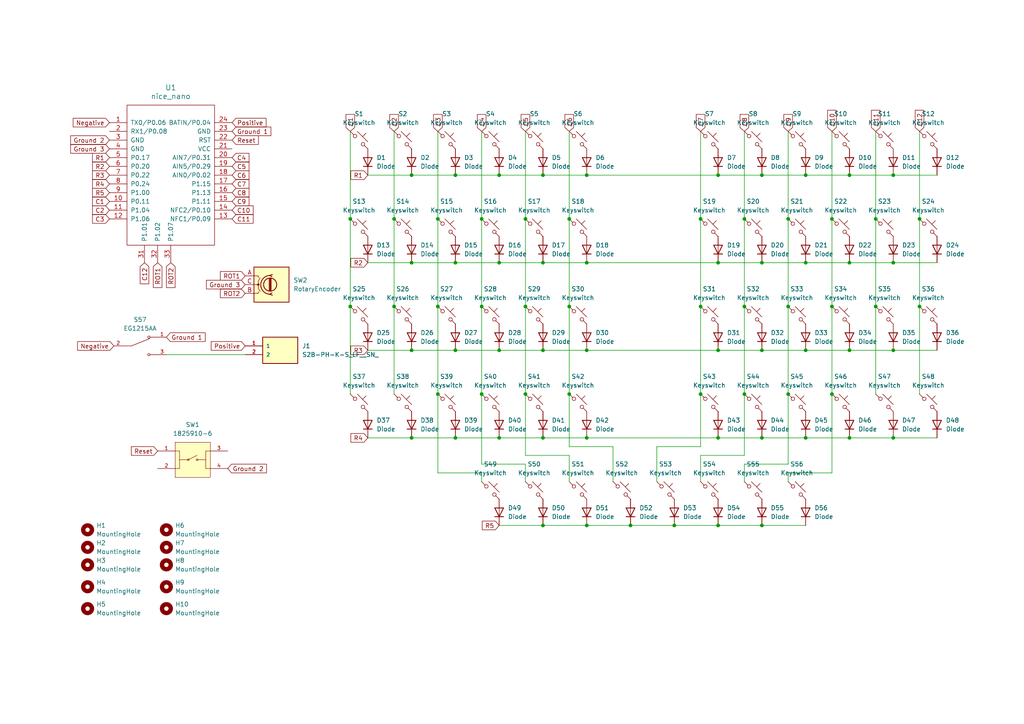
<source format=kicad_sch>
(kicad_sch (version 20230121) (generator eeschema)
  (paper "A4")
  (junction (at 246.38 127))
  (junction (at 254 63.5))
  (junction (at 170.18 152.4))
  (junction (at 266.7 63.5))
  (junction (at 139.7 114.3))
  (junction (at 139.7 88.9))
  (junction (at 208.28 127))
  (junction (at 157.48 152.4))
  (junction (at 127 114.3))
  (junction (at 228.6 63.5))
  (junction (at 215.9 88.9))
  (junction (at 241.3 88.9))
  (junction (at 152.4 114.3))
  (junction (at 165.1 114.3))
  (junction (at 114.3 63.5))
  (junction (at 195.58 152.4))
  (junction (at 101.6 63.5))
  (junction (at 208.28 101.6))
  (junction (at 144.78 50.8))
  (junction (at 114.3 88.9))
  (junction (at 119.38 127))
  (junction (at 215.9 114.3))
  (junction (at 208.28 50.8))
  (junction (at 119.38 101.6))
  (junction (at 152.4 63.5))
  (junction (at 266.7 88.9))
  (junction (at 220.98 101.6))
  (junction (at 157.48 50.8))
  (junction (at 182.88 152.4))
  (junction (at 220.98 127))
  (junction (at 132.08 101.6))
  (junction (at 157.48 76.2))
  (junction (at 208.28 76.2))
  (junction (at 208.28 152.4))
  (junction (at 144.78 127))
  (junction (at 203.2 114.3))
  (junction (at 127 63.5))
  (junction (at 233.68 50.8))
  (junction (at 259.08 127))
  (junction (at 157.48 101.6))
  (junction (at 101.6 88.9))
  (junction (at 220.98 50.8))
  (junction (at 170.18 127))
  (junction (at 246.38 50.8))
  (junction (at 170.18 50.8))
  (junction (at 119.38 50.8))
  (junction (at 144.78 101.6))
  (junction (at 215.9 63.5))
  (junction (at 259.08 101.6))
  (junction (at 170.18 101.6))
  (junction (at 220.98 76.2))
  (junction (at 165.1 63.5))
  (junction (at 233.68 127))
  (junction (at 203.2 88.9))
  (junction (at 127 88.9))
  (junction (at 233.68 76.2))
  (junction (at 241.3 63.5))
  (junction (at 203.2 63.5))
  (junction (at 132.08 76.2))
  (junction (at 246.38 101.6))
  (junction (at 139.7 63.5))
  (junction (at 233.68 101.6))
  (junction (at 152.4 88.9))
  (junction (at 220.98 152.4))
  (junction (at 170.18 76.2))
  (junction (at 259.08 76.2))
  (junction (at 144.78 76.2))
  (junction (at 228.6 88.9))
  (junction (at 165.1 88.9))
  (junction (at 157.48 127))
  (junction (at 132.08 127))
  (junction (at 246.38 76.2))
  (junction (at 259.08 50.8))
  (junction (at 228.6 114.3))
  (junction (at 254 88.9))
  (junction (at 119.38 76.2))
  (junction (at 241.3 114.3))
  (junction (at 132.08 50.8))
  (wire (pts (xy 165.1 38.1) (xy 165.1 63.5)))
  (wire (pts (xy 233.68 127) (xy 246.38 127)))
  (wire (pts (xy 157.48 76.2) (xy 170.18 76.2)))
  (wire (pts (xy 228.6 63.5) (xy 228.6 88.9)))
  (wire (pts (xy 220.98 76.2) (xy 233.68 76.2)))
  (wire (pts (xy 170.18 76.2) (xy 208.28 76.2)))
  (wire (pts (xy 266.7 88.9) (xy 266.7 114.3)))
  (wire (pts (xy 259.08 76.2) (xy 271.78 76.2)))
  (wire (pts (xy 101.6 63.5) (xy 101.6 88.9)))
  (wire (pts (xy 215.9 134.62) (xy 215.9 139.7)))
  (wire (pts (xy 215.9 114.3) (xy 215.9 132.08)))
  (wire (pts (xy 246.38 50.8) (xy 259.08 50.8)))
  (wire (pts (xy 220.98 127) (xy 233.68 127)))
  (wire (pts (xy 165.1 114.3) (xy 165.1 129.54)))
  (wire (pts (xy 220.98 152.4) (xy 233.68 152.4)))
  (wire (pts (xy 139.7 88.9) (xy 139.7 114.3)))
  (wire (pts (xy 144.78 76.2) (xy 157.48 76.2)))
  (wire (pts (xy 119.38 127) (xy 132.08 127)))
  (wire (pts (xy 246.38 127) (xy 259.08 127)))
  (wire (pts (xy 157.48 50.8) (xy 170.18 50.8)))
  (wire (pts (xy 152.4 134.62) (xy 152.4 139.7)))
  (wire (pts (xy 203.2 129.54) (xy 190.5 129.54)))
  (wire (pts (xy 119.38 76.2) (xy 132.08 76.2)))
  (wire (pts (xy 228.6 88.9) (xy 228.6 114.3)))
  (wire (pts (xy 157.48 101.6) (xy 170.18 101.6)))
  (wire (pts (xy 241.3 88.9) (xy 241.3 114.3)))
  (wire (pts (xy 127 114.3) (xy 127 137.16)))
  (wire (pts (xy 165.1 63.5) (xy 165.1 88.9)))
  (wire (pts (xy 132.08 50.8) (xy 144.78 50.8)))
  (wire (pts (xy 127 38.1) (xy 127 63.5)))
  (wire (pts (xy 177.8 129.54) (xy 177.8 139.7)))
  (wire (pts (xy 254 38.1) (xy 254 63.5)))
  (wire (pts (xy 228.6 114.3) (xy 228.6 134.62)))
  (wire (pts (xy 165.1 88.9) (xy 165.1 114.3)))
  (wire (pts (xy 228.6 38.1) (xy 228.6 63.5)))
  (wire (pts (xy 106.68 76.2) (xy 119.38 76.2)))
  (wire (pts (xy 144.78 50.8) (xy 157.48 50.8)))
  (wire (pts (xy 208.28 152.4) (xy 220.98 152.4)))
  (wire (pts (xy 241.3 137.16) (xy 228.6 137.16)))
  (wire (pts (xy 203.2 132.08) (xy 203.2 139.7)))
  (wire (pts (xy 157.48 127) (xy 170.18 127)))
  (wire (pts (xy 190.5 129.54) (xy 190.5 139.7)))
  (wire (pts (xy 170.18 101.6) (xy 208.28 101.6)))
  (wire (pts (xy 241.3 38.1) (xy 241.3 63.5)))
  (wire (pts (xy 182.88 152.4) (xy 195.58 152.4)))
  (wire (pts (xy 228.6 134.62) (xy 215.9 134.62)))
  (wire (pts (xy 152.4 38.1) (xy 152.4 63.5)))
  (wire (pts (xy 259.08 50.8) (xy 271.78 50.8)))
  (wire (pts (xy 165.1 129.54) (xy 177.8 129.54)))
  (wire (pts (xy 233.68 101.6) (xy 246.38 101.6)))
  (wire (pts (xy 215.9 38.1) (xy 215.9 63.5)))
  (wire (pts (xy 246.38 101.6) (xy 259.08 101.6)))
  (wire (pts (xy 215.9 132.08) (xy 203.2 132.08)))
  (wire (pts (xy 152.4 63.5) (xy 152.4 88.9)))
  (wire (pts (xy 106.68 127) (xy 119.38 127)))
  (wire (pts (xy 170.18 152.4) (xy 182.88 152.4)))
  (wire (pts (xy 228.6 137.16) (xy 228.6 139.7)))
  (wire (pts (xy 220.98 50.8) (xy 233.68 50.8)))
  (wire (pts (xy 241.3 114.3) (xy 241.3 137.16)))
  (wire (pts (xy 259.08 127) (xy 271.78 127)))
  (wire (pts (xy 114.3 88.9) (xy 114.3 114.3)))
  (wire (pts (xy 139.7 38.1) (xy 139.7 63.5)))
  (wire (pts (xy 106.68 101.6) (xy 119.38 101.6)))
  (wire (pts (xy 215.9 88.9) (xy 215.9 114.3)))
  (wire (pts (xy 195.58 152.4) (xy 208.28 152.4)))
  (wire (pts (xy 157.48 152.4) (xy 170.18 152.4)))
  (wire (pts (xy 48.26 102.87) (xy 71.12 102.87)))
  (wire (pts (xy 144.78 152.4) (xy 157.48 152.4)))
  (wire (pts (xy 170.18 127) (xy 208.28 127)))
  (wire (pts (xy 215.9 63.5) (xy 215.9 88.9)))
  (wire (pts (xy 233.68 76.2) (xy 246.38 76.2)))
  (wire (pts (xy 139.7 63.5) (xy 139.7 88.9)))
  (wire (pts (xy 203.2 63.5) (xy 203.2 88.9)))
  (wire (pts (xy 170.18 50.8) (xy 208.28 50.8)))
  (wire (pts (xy 152.4 132.08) (xy 165.1 132.08)))
  (wire (pts (xy 208.28 101.6) (xy 220.98 101.6)))
  (wire (pts (xy 132.08 127) (xy 144.78 127)))
  (wire (pts (xy 144.78 101.6) (xy 157.48 101.6)))
  (wire (pts (xy 208.28 50.8) (xy 220.98 50.8)))
  (wire (pts (xy 220.98 101.6) (xy 233.68 101.6)))
  (wire (pts (xy 139.7 114.3) (xy 139.7 134.62)))
  (wire (pts (xy 233.68 50.8) (xy 246.38 50.8)))
  (wire (pts (xy 127 137.16) (xy 139.7 137.16)))
  (wire (pts (xy 259.08 101.6) (xy 271.78 101.6)))
  (wire (pts (xy 127 63.5) (xy 127 88.9)))
  (wire (pts (xy 106.68 50.8) (xy 119.38 50.8)))
  (wire (pts (xy 152.4 114.3) (xy 152.4 132.08)))
  (wire (pts (xy 208.28 76.2) (xy 220.98 76.2)))
  (wire (pts (xy 246.38 76.2) (xy 259.08 76.2)))
  (wire (pts (xy 119.38 101.6) (xy 132.08 101.6)))
  (wire (pts (xy 254 88.9) (xy 254 114.3)))
  (wire (pts (xy 203.2 38.1) (xy 203.2 63.5)))
  (wire (pts (xy 203.2 114.3) (xy 203.2 129.54)))
  (wire (pts (xy 101.6 88.9) (xy 101.6 114.3)))
  (wire (pts (xy 266.7 38.1) (xy 266.7 63.5)))
  (wire (pts (xy 114.3 63.5) (xy 114.3 88.9)))
  (wire (pts (xy 139.7 134.62) (xy 152.4 134.62)))
  (wire (pts (xy 132.08 76.2) (xy 144.78 76.2)))
  (wire (pts (xy 254 63.5) (xy 254 88.9)))
  (wire (pts (xy 152.4 88.9) (xy 152.4 114.3)))
  (wire (pts (xy 132.08 101.6) (xy 144.78 101.6)))
  (wire (pts (xy 144.78 127) (xy 157.48 127)))
  (wire (pts (xy 101.6 38.1) (xy 101.6 63.5)))
  (wire (pts (xy 114.3 38.1) (xy 114.3 63.5)))
  (wire (pts (xy 127 88.9) (xy 127 114.3)))
  (wire (pts (xy 266.7 63.5) (xy 266.7 88.9)))
  (wire (pts (xy 119.38 50.8) (xy 132.08 50.8)))
  (wire (pts (xy 165.1 132.08) (xy 165.1 139.7)))
  (wire (pts (xy 241.3 63.5) (xy 241.3 88.9)))
  (wire (pts (xy 139.7 137.16) (xy 139.7 139.7)))
  (wire (pts (xy 203.2 88.9) (xy 203.2 114.3)))
  (wire (pts (xy 208.28 127) (xy 220.98 127)))
  (global_label "Positive" (shape input) (at 71.12 100.33 180) (property "Intersheetrefs" "${INTERSHEET_REFS}" (effects hide)))
  (global_label "R4" (shape input) (at 106.68 127 180) (property "Intersheetrefs" "${INTERSHEET_REFS}" (effects hide)))
  (global_label "ROT2" (shape input) (at 71.12 85.09 180) (property "Intersheetrefs" "${INTERSHEET_REFS}" (effects hide)))
  (global_label "C1" (shape input) (at 101.6 38.1 90) (property "Intersheetrefs" "${INTERSHEET_REFS}" (effects hide)))
  (global_label "R3" (shape input) (at 106.68 101.6 180) (property "Intersheetrefs" "${INTERSHEET_REFS}" (effects hide)))
  (global_label "C1" (shape input) (at 31.75 58.42 180) (property "Intersheetrefs" "${INTERSHEET_REFS}" (effects hide)))
  (global_label "R5" (shape input) (at 31.75 55.88 180) (property "Intersheetrefs" "${INTERSHEET_REFS}" (effects hide)))
  (global_label "C10" (shape input) (at 67.31 60.96 0) (property "Intersheetrefs" "${INTERSHEET_REFS}" (effects hide)))
  (global_label "Reset" (shape input) (at 67.31 40.64 0) (property "Intersheetrefs" "${INTERSHEET_REFS}" (effects hide)))
  (global_label "C4" (shape input) (at 67.31 45.72 0) (property "Intersheetrefs" "${INTERSHEET_REFS}" (effects hide)))
  (global_label "C5" (shape input) (at 152.4 38.1 90) (property "Intersheetrefs" "${INTERSHEET_REFS}" (effects hide)))
  (global_label "C9" (shape input) (at 228.6 38.1 90) (property "Intersheetrefs" "${INTERSHEET_REFS}" (effects hide)))
  (global_label "C8" (shape input) (at 67.31 55.88 0) (property "Intersheetrefs" "${INTERSHEET_REFS}" (effects hide)))
  (global_label "R1" (shape input) (at 106.68 50.8 180) (property "Intersheetrefs" "${INTERSHEET_REFS}" (effects hide)))
  (global_label "C2" (shape input) (at 114.3 38.1 90) (property "Intersheetrefs" "${INTERSHEET_REFS}" (effects hide)))
  (global_label "R5" (shape input) (at 144.78 152.4 180) (property "Intersheetrefs" "${INTERSHEET_REFS}" (effects hide)))
  (global_label "Ground 1" (shape input) (at 67.31 38.1 0) (property "Intersheetrefs" "${INTERSHEET_REFS}" (effects hide)))
  (global_label "C8" (shape input) (at 215.9 38.1 90) (property "Intersheetrefs" "${INTERSHEET_REFS}" (effects hide)))
  (global_label "ROT2" (shape input) (at 49.53 76.2 270) (property "Intersheetrefs" "${INTERSHEET_REFS}" (effects hide)))
  (global_label "C3" (shape input) (at 127 38.1 90) (property "Intersheetrefs" "${INTERSHEET_REFS}" (effects hide)))
  (global_label "C11" (shape input) (at 67.31 63.5 0) (property "Intersheetrefs" "${INTERSHEET_REFS}" (effects hide)))
  (global_label "R2" (shape input) (at 106.68 76.2 180) (property "Intersheetrefs" "${INTERSHEET_REFS}" (effects hide)))
  (global_label "C4" (shape input) (at 139.7 38.1 90) (property "Intersheetrefs" "${INTERSHEET_REFS}" (effects hide)))
  (global_label "C12" (shape input) (at 266.7 38.1 90) (property "Intersheetrefs" "${INTERSHEET_REFS}" (effects hide)))
  (global_label "Ground 1" (shape input) (at 48.26 97.79 0) (property "Intersheetrefs" "${INTERSHEET_REFS}" (effects hide)))
  (global_label "C3" (shape input) (at 31.75 63.5 180) (property "Intersheetrefs" "${INTERSHEET_REFS}" (effects hide)))
  (global_label "R4" (shape input) (at 31.75 53.34 180) (property "Intersheetrefs" "${INTERSHEET_REFS}" (effects hide)))
  (global_label "ROT1" (shape input) (at 45.72 76.2 270) (property "Intersheetrefs" "${INTERSHEET_REFS}" (effects hide)))
  (global_label "C6" (shape input) (at 67.31 50.8 0) (property "Intersheetrefs" "${INTERSHEET_REFS}" (effects hide)))
  (global_label "Ground 2" (shape input) (at 66.04 135.89 0) (property "Intersheetrefs" "${INTERSHEET_REFS}" (effects hide)))
  (global_label "C11" (shape input) (at 254 38.1 90) (property "Intersheetrefs" "${INTERSHEET_REFS}" (effects hide)))
  (global_label "R1" (shape input) (at 31.75 45.72 180) (property "Intersheetrefs" "${INTERSHEET_REFS}" (effects hide)))
  (global_label "Ground 3" (shape input) (at 31.75 43.18 180) (property "Intersheetrefs" "${INTERSHEET_REFS}" (effects hide)))
  (global_label "Negative" (shape input) (at 33.02 100.33 180) (property "Intersheetrefs" "${INTERSHEET_REFS}" (effects hide)))
  (global_label "Reset" (shape input) (at 45.72 130.81 180) (property "Intersheetrefs" "${INTERSHEET_REFS}" (effects hide)))
  (global_label "C10" (shape input) (at 241.3 38.1 90) (property "Intersheetrefs" "${INTERSHEET_REFS}" (effects hide)))
  (global_label "C2" (shape input) (at 31.75 60.96 180) (property "Intersheetrefs" "${INTERSHEET_REFS}" (effects hide)))
  (global_label "Ground 2" (shape input) (at 31.75 40.64 180) (property "Intersheetrefs" "${INTERSHEET_REFS}" (effects hide)))
  (global_label "C7" (shape input) (at 67.31 53.34 0) (property "Intersheetrefs" "${INTERSHEET_REFS}" (effects hide)))
  (global_label "ROT1" (shape input) (at 71.12 80.01 180) (property "Intersheetrefs" "${INTERSHEET_REFS}" (effects hide)))
  (global_label "Ground 3" (shape input) (at 71.12 82.55 180) (property "Intersheetrefs" "${INTERSHEET_REFS}" (effects hide)))
  (global_label "C12" (shape input) (at 41.91 76.2 270) (property "Intersheetrefs" "${INTERSHEET_REFS}" (effects hide)))
  (global_label "C9" (shape input) (at 67.31 58.42 0) (property "Intersheetrefs" "${INTERSHEET_REFS}" (effects hide)))
  (global_label "Negative" (shape input) (at 31.75 35.56 180) (property "Intersheetrefs" "${INTERSHEET_REFS}" (effects hide)))
  (global_label "C6" (shape input) (at 165.1 38.1 90) (property "Intersheetrefs" "${INTERSHEET_REFS}" (effects hide)))
  (global_label "R3" (shape input) (at 31.75 50.8 180) (property "Intersheetrefs" "${INTERSHEET_REFS}" (effects hide)))
  (global_label "R2" (shape input) (at 31.75 48.26 180) (property "Intersheetrefs" "${INTERSHEET_REFS}" (effects hide)))
  (global_label "C5" (shape input) (at 67.31 48.26 0) (property "Intersheetrefs" "${INTERSHEET_REFS}" (effects hide)))
  (global_label "C7" (shape input) (at 203.2 38.1 90) (property "Intersheetrefs" "${INTERSHEET_REFS}" (effects hide)))
  (global_label "Positive" (shape input) (at 67.31 35.56 0) (property "Intersheetrefs" "${INTERSHEET_REFS}" (effects hide)))
  (symbol (lib_id "ScottoKeebs:Placeholder_Keyswitch") (at 243.84 66.04 0) (unit 1)
    (property "Reference" "S22" (at 243.84 58.42 0))
    (property "Value" "Keyswitch" (at 243.84 60.96 0))
    (property "Footprint" "ScottoKeebs_Hotswap:Hotswap_MX_1.00u" (effects hide))
  )
  (symbol (lib_id "ScottoKeebs:Placeholder_Diode") (at 246.38 97.79 90) (unit 1)
    (property "Reference" "D34" (at 248.92 96.52 90) (effects (justify right)))
    (property "Value" "Diode" (at 248.92 99.06 90) (effects (justify right)))
    (property "Footprint" "ScottoKeebs_Components:Diode_SOD-123" (effects hide))
    (property "Sim.Device" "D" (effects hide))
    (property "Sim.Pins" "1=K 2=A" (effects hide))
  )
  (symbol (lib_id "ScottoKeebs:Placeholder_Keyswitch") (at 154.94 66.04 0) (unit 1)
    (property "Reference" "S17" (at 154.94 58.42 0))
    (property "Value" "Keyswitch" (at 154.94 60.96 0))
    (property "Footprint" "ScottoKeebs_Hotswap:Hotswap_MX_1.00u" (effects hide))
  )
  (symbol (lib_id "ScottoKeebs:Placeholder_Diode") (at 157.48 148.59 90) (unit 1)
    (property "Reference" "D50" (at 160.02 147.32 90) (effects (justify right)))
    (property "Value" "Diode" (at 160.02 149.86 90) (effects (justify right)))
    (property "Footprint" "ScottoKeebs_Components:Diode_SOD-123" (effects hide))
    (property "Sim.Device" "D" (effects hide))
    (property "Sim.Pins" "1=K 2=A" (effects hide))
  )
  (symbol (lib_id "ScottoKeebs:Placeholder_Diode") (at 170.18 148.59 90) (unit 1)
    (property "Reference" "D51" (at 172.72 147.32 90) (effects (justify right)))
    (property "Value" "Diode" (at 172.72 149.86 90) (effects (justify right)))
    (property "Footprint" "ScottoKeebs_Components:Diode_SOD-123" (effects hide))
    (property "Sim.Device" "D" (effects hide))
    (property "Sim.Pins" "1=K 2=A" (effects hide))
  )
  (symbol (lib_id "ScottoKeebs:Placeholder_Diode") (at 119.38 46.99 90) (unit 1)
    (property "Reference" "D2" (at 121.92 45.72 90) (effects (justify right)))
    (property "Value" "Diode" (at 121.92 48.26 90) (effects (justify right)))
    (property "Footprint" "ScottoKeebs_Components:Diode_SOD-123" (effects hide))
    (property "Sim.Device" "D" (effects hide))
    (property "Sim.Pins" "1=K 2=A" (effects hide))
  )
  (symbol (lib_id "ScottoKeebs:Placeholder_Diode") (at 220.98 46.99 90) (unit 1)
    (property "Reference" "D8" (at 223.52 45.72 90) (effects (justify right)))
    (property "Value" "Diode" (at 223.52 48.26 90) (effects (justify right)))
    (property "Footprint" "ScottoKeebs_Components:Diode_SOD-123" (effects hide))
    (property "Sim.Device" "D" (effects hide))
    (property "Sim.Pins" "1=K 2=A" (effects hide))
  )
  (symbol (lib_id "ScottoKeebs:Placeholder_Keyswitch") (at 269.24 66.04 0) (unit 1)
    (property "Reference" "S24" (at 269.24 58.42 0))
    (property "Value" "Keyswitch" (at 269.24 60.96 0))
    (property "Footprint" "ScottoKeebs_Hotswap:Hotswap_MX_1.00u" (effects hide))
  )
  (symbol (lib_id "ScottoKeebs:Placeholder_Diode") (at 132.08 123.19 90) (unit 1)
    (property "Reference" "D39" (at 134.62 121.92 90) (effects (justify right)))
    (property "Value" "Diode" (at 134.62 124.46 90) (effects (justify right)))
    (property "Footprint" "ScottoKeebs_Components:Diode_SOD-123" (effects hide))
    (property "Sim.Device" "D" (effects hide))
    (property "Sim.Pins" "1=K 2=A" (effects hide))
  )
  (symbol (lib_id "ScottoKeebs:Placeholder_Diode") (at 271.78 72.39 90) (unit 1)
    (property "Reference" "D24" (at 274.32 71.12 90) (effects (justify right)))
    (property "Value" "Diode" (at 274.32 73.66 90) (effects (justify right)))
    (property "Footprint" "ScottoKeebs_Components:Diode_SOD-123" (effects hide))
    (property "Sim.Device" "D" (effects hide))
    (property "Sim.Pins" "1=K 2=A" (effects hide))
  )
  (symbol (lib_id "ScottoKeebs:Placeholder_Diode") (at 106.68 72.39 90) (unit 1)
    (property "Reference" "D13" (at 109.22 71.12 90) (effects (justify right)))
    (property "Value" "Diode" (at 109.22 73.66 90) (effects (justify right)))
    (property "Footprint" "ScottoKeebs_Components:Diode_SOD-123" (effects hide))
    (property "Sim.Device" "D" (effects hide))
    (property "Sim.Pins" "1=K 2=A" (effects hide))
  )
  (symbol (lib_id "ScottoKeebs:Placeholder_Diode") (at 233.68 72.39 90) (unit 1)
    (property "Reference" "D21" (at 236.22 71.12 90) (effects (justify right)))
    (property "Value" "Diode" (at 236.22 73.66 90) (effects (justify right)))
    (property "Footprint" "ScottoKeebs_Components:Diode_SOD-123" (effects hide))
    (property "Sim.Device" "D" (effects hide))
    (property "Sim.Pins" "1=K 2=A" (effects hide))
  )
  (symbol (lib_id "ScottoKeebs:Placeholder_Diode") (at 271.78 97.79 90) (unit 1)
    (property "Reference" "D36" (at 274.32 96.52 90) (effects (justify right)))
    (property "Value" "Diode" (at 274.32 99.06 90) (effects (justify right)))
    (property "Footprint" "ScottoKeebs_Components:Diode_SOD-123" (effects hide))
    (property "Sim.Device" "D" (effects hide))
    (property "Sim.Pins" "1=K 2=A" (effects hide))
  )
  (symbol (lib_id "Mechanical:MountingHole") (at 25.4 170.18 0) (unit 1)
    (property "Reference" "H4" (at 27.94 168.91 0) (effects (justify left)))
    (property "Value" "MountingHole" (at 27.94 171.45 0) (effects (justify left)))
    (property "Footprint" "MountingHole:MountingHole_2.2mm_M2" (effects hide))
  )
  (symbol (lib_id "ScottoKeebs:Placeholder_Keyswitch") (at 205.74 66.04 0) (unit 1)
    (property "Reference" "S19" (at 205.74 58.42 0))
    (property "Value" "Keyswitch" (at 205.74 60.96 0))
    (property "Footprint" "ScottoKeebs_Hotswap:Hotswap_MX_1.00u" (effects hide))
  )
  (symbol (lib_id "ScottoKeebs:Placeholder_Keyswitch") (at 116.84 91.44 0) (unit 1)
    (property "Reference" "S26" (at 116.84 83.82 0))
    (property "Value" "Keyswitch" (at 116.84 86.36 0))
    (property "Footprint" "ScottoKeebs_Hotswap:Hotswap_MX_1.00u" (effects hide))
  )
  (symbol (lib_id "Mechanical:MountingHole") (at 48.26 158.75 0) (unit 1)
    (property "Reference" "H7" (at 50.8 157.48 0) (effects (justify left)))
    (property "Value" "MountingHole" (at 50.8 160.02 0) (effects (justify left)))
    (property "Footprint" "MountingHole:MountingHole_2.2mm_M2" (effects hide))
  )
  (symbol (lib_id "ScottoKeebs:Placeholder_Keyswitch") (at 218.44 40.64 0) (unit 1)
    (property "Reference" "S8" (at 218.44 33.02 0))
    (property "Value" "Keyswitch" (at 218.44 35.56 0))
    (property "Footprint" "ScottoKeebs_Hotswap:Hotswap_MX_1.00u" (effects hide))
  )
  (symbol (lib_id "ScottoKeebs:Placeholder_Diode") (at 106.68 97.79 90) (unit 1)
    (property "Reference" "D25" (at 109.22 96.52 90) (effects (justify right)))
    (property "Value" "Diode" (at 109.22 99.06 90) (effects (justify right)))
    (property "Footprint" "ScottoKeebs_Components:Diode_SOD-123" (effects hide))
    (property "Sim.Device" "D" (effects hide))
    (property "Sim.Pins" "1=K 2=A" (effects hide))
  )
  (symbol (lib_id "ScottoKeebs:Placeholder_Diode") (at 246.38 72.39 90) (unit 1)
    (property "Reference" "D22" (at 248.92 71.12 90) (effects (justify right)))
    (property "Value" "Diode" (at 248.92 73.66 90) (effects (justify right)))
    (property "Footprint" "ScottoKeebs_Components:Diode_SOD-123" (effects hide))
    (property "Sim.Device" "D" (effects hide))
    (property "Sim.Pins" "1=K 2=A" (effects hide))
  )
  (symbol (lib_id "ScottoKeebs:Placeholder_Diode") (at 233.68 97.79 90) (unit 1)
    (property "Reference" "D33" (at 236.22 96.52 90) (effects (justify right)))
    (property "Value" "Diode" (at 236.22 99.06 90) (effects (justify right)))
    (property "Footprint" "ScottoKeebs_Components:Diode_SOD-123" (effects hide))
    (property "Sim.Device" "D" (effects hide))
    (property "Sim.Pins" "1=K 2=A" (effects hide))
  )
  (symbol (lib_id "ScottoKeebs:Placeholder_Keyswitch") (at 167.64 40.64 0) (unit 1)
    (property "Reference" "S6" (at 167.64 33.02 0))
    (property "Value" "Keyswitch" (at 167.64 35.56 0))
    (property "Footprint" "ScottoKeebs_Hotswap:Hotswap_MX_1.00u" (effects hide))
  )
  (symbol (lib_id "ScottoKeebs:Placeholder_Diode") (at 170.18 97.79 90) (unit 1)
    (property "Reference" "D30" (at 172.72 96.52 90) (effects (justify right)))
    (property "Value" "Diode" (at 172.72 99.06 90) (effects (justify right)))
    (property "Footprint" "ScottoKeebs_Components:Diode_SOD-123" (effects hide))
    (property "Sim.Device" "D" (effects hide))
    (property "Sim.Pins" "1=K 2=A" (effects hide))
  )
  (symbol (lib_id "ScottoKeebs:Placeholder_Diode") (at 259.08 72.39 90) (unit 1)
    (property "Reference" "D23" (at 261.62 71.12 90) (effects (justify right)))
    (property "Value" "Diode" (at 261.62 73.66 90) (effects (justify right)))
    (property "Footprint" "ScottoKeebs_Components:Diode_SOD-123" (effects hide))
    (property "Sim.Device" "D" (effects hide))
    (property "Sim.Pins" "1=K 2=A" (effects hide))
  )
  (symbol (lib_id "ScottoKeebs:Placeholder_Keyswitch") (at 243.84 40.64 0) (unit 1)
    (property "Reference" "S10" (at 243.84 33.02 0))
    (property "Value" "Keyswitch" (at 243.84 35.56 0))
    (property "Footprint" "ScottoKeebs_Hotswap:Hotswap_MX_1.00u" (effects hide))
  )
  (symbol (lib_id "ScottoKeebs:Placeholder_Keyswitch") (at 104.14 116.84 0) (unit 1)
    (property "Reference" "S37" (at 104.14 109.22 0))
    (property "Value" "Keyswitch" (at 104.14 111.76 0))
    (property "Footprint" "ScottoKeebs_Hotswap:Hotswap_MX_1.00u" (effects hide))
  )
  (symbol (lib_id "ScottoKeebs:Placeholder_Keyswitch") (at 104.14 40.64 0) (unit 1)
    (property "Reference" "S1" (at 104.14 33.02 0))
    (property "Value" "Keyswitch" (at 104.14 35.56 0))
    (property "Footprint" "ScottoKeebs_Hotswap:Hotswap_MX_1.00u" (effects hide))
  )
  (symbol (lib_id "ScottoKeebs:Placeholder_Keyswitch") (at 129.54 40.64 0) (unit 1)
    (property "Reference" "S3" (at 129.54 33.02 0))
    (property "Value" "Keyswitch" (at 129.54 35.56 0))
    (property "Footprint" "ScottoKeebs_Hotswap:Hotswap_MX_1.00u" (effects hide))
  )
  (symbol (lib_id "ScottoKeebs:Placeholder_Diode") (at 144.78 72.39 90) (unit 1)
    (property "Reference" "D16" (at 147.32 71.12 90) (effects (justify right)))
    (property "Value" "Diode" (at 147.32 73.66 90) (effects (justify right)))
    (property "Footprint" "ScottoKeebs_Components:Diode_SOD-123" (effects hide))
    (property "Sim.Device" "D" (effects hide))
    (property "Sim.Pins" "1=K 2=A" (effects hide))
  )
  (symbol (lib_id "ScottoKeebs:Placeholder_Keyswitch") (at 154.94 40.64 0) (unit 1)
    (property "Reference" "S5" (at 154.94 33.02 0))
    (property "Value" "Keyswitch" (at 154.94 35.56 0))
    (property "Footprint" "ScottoKeebs_Hotswap:Hotswap_MX_1.00u" (effects hide))
  )
  (symbol (lib_id "ScottoKeebs:Placeholder_Diode") (at 220.98 72.39 90) (unit 1)
    (property "Reference" "D20" (at 223.52 71.12 90) (effects (justify right)))
    (property "Value" "Diode" (at 223.52 73.66 90) (effects (justify right)))
    (property "Footprint" "ScottoKeebs_Components:Diode_SOD-123" (effects hide))
    (property "Sim.Device" "D" (effects hide))
    (property "Sim.Pins" "1=K 2=A" (effects hide))
  )
  (symbol (lib_id "ScottoKeebs:Placeholder_Diode") (at 106.68 46.99 90) (unit 1)
    (property "Reference" "D1" (at 109.22 45.72 90) (effects (justify right)))
    (property "Value" "Diode" (at 109.22 48.26 90) (effects (justify right)))
    (property "Footprint" "ScottoKeebs_Components:Diode_SOD-123" (effects hide))
    (property "Sim.Device" "D" (effects hide))
    (property "Sim.Pins" "1=K 2=A" (effects hide))
  )
  (symbol (lib_id "ScottoKeebs:Placeholder_Keyswitch") (at 180.34 142.24 0) (unit 1)
    (property "Reference" "S52" (at 180.34 134.62 0))
    (property "Value" "Keyswitch" (at 180.34 137.16 0))
    (property "Footprint" "ScottoKeebs_Hotswap:Hotswap_MX_1.50u_90deg" (effects hide))
  )
  (symbol (lib_id "ScottoKeebs:Placeholder_Diode") (at 157.48 123.19 90) (unit 1)
    (property "Reference" "D41" (at 160.02 121.92 90) (effects (justify right)))
    (property "Value" "Diode" (at 160.02 124.46 90) (effects (justify right)))
    (property "Footprint" "ScottoKeebs_Components:Diode_SOD-123" (effects hide))
    (property "Sim.Device" "D" (effects hide))
    (property "Sim.Pins" "1=K 2=A" (effects hide))
  )
  (symbol (lib_id "ScottoKeebs:Placeholder_Keyswitch") (at 269.24 116.84 0) (unit 1)
    (property "Reference" "S48" (at 269.24 109.22 0))
    (property "Value" "Keyswitch" (at 269.24 111.76 0))
    (property "Footprint" "ScottoKeebs_Hotswap:Hotswap_MX_1.00u" (effects hide))
  )
  (symbol (lib_id "ScottoKeebs:Placeholder_Keyswitch") (at 104.14 66.04 0) (unit 1)
    (property "Reference" "S13" (at 104.14 58.42 0))
    (property "Value" "Keyswitch" (at 104.14 60.96 0))
    (property "Footprint" "ScottoKeebs_Hotswap:Hotswap_MX_1.00u" (effects hide))
  )
  (symbol (lib_id "ScottoKeebs:Placeholder_Diode") (at 271.78 123.19 90) (unit 1)
    (property "Reference" "D48" (at 274.32 121.92 90) (effects (justify right)))
    (property "Value" "Diode" (at 274.32 124.46 90) (effects (justify right)))
    (property "Footprint" "ScottoKeebs_Components:Diode_SOD-123" (effects hide))
    (property "Sim.Device" "D" (effects hide))
    (property "Sim.Pins" "1=K 2=A" (effects hide))
  )
  (symbol (lib_id "ScottoKeebs:Placeholder_Diode") (at 259.08 123.19 90) (unit 1)
    (property "Reference" "D47" (at 261.62 121.92 90) (effects (justify right)))
    (property "Value" "Diode" (at 261.62 124.46 90) (effects (justify right)))
    (property "Footprint" "ScottoKeebs_Components:Diode_SOD-123" (effects hide))
    (property "Sim.Device" "D" (effects hide))
    (property "Sim.Pins" "1=K 2=A" (effects hide))
  )
  (symbol (lib_id "ScottoKeebs:Placeholder_Keyswitch") (at 243.84 116.84 0) (unit 1)
    (property "Reference" "S46" (at 243.84 109.22 0))
    (property "Value" "Keyswitch" (at 243.84 111.76 0))
    (property "Footprint" "ScottoKeebs_Hotswap:Hotswap_MX_1.00u" (effects hide))
  )
  (symbol (lib_id "ScottoKeebs:Placeholder_Keyswitch") (at 218.44 66.04 0) (unit 1)
    (property "Reference" "S20" (at 218.44 58.42 0))
    (property "Value" "Keyswitch" (at 218.44 60.96 0))
    (property "Footprint" "ScottoKeebs_Hotswap:Hotswap_MX_1.00u" (effects hide))
  )
  (symbol (lib_id "ScottoKeebs:Placeholder_Keyswitch") (at 167.64 91.44 0) (unit 1)
    (property "Reference" "S30" (at 167.64 83.82 0))
    (property "Value" "Keyswitch" (at 167.64 86.36 0))
    (property "Footprint" "ScottoKeebs_Hotswap:Hotswap_MX_1.00u" (effects hide))
  )
  (symbol (lib_id "ScottoKeebs:Placeholder_Diode") (at 259.08 97.79 90) (unit 1)
    (property "Reference" "D35" (at 261.62 96.52 90) (effects (justify right)))
    (property "Value" "Diode" (at 261.62 99.06 90) (effects (justify right)))
    (property "Footprint" "ScottoKeebs_Components:Diode_SOD-123" (effects hide))
    (property "Sim.Device" "D" (effects hide))
    (property "Sim.Pins" "1=K 2=A" (effects hide))
  )
  (symbol (lib_id "ScottoKeebs:Placeholder_Keyswitch") (at 167.64 116.84 0) (unit 1)
    (property "Reference" "S42" (at 167.64 109.22 0))
    (property "Value" "Keyswitch" (at 167.64 111.76 0))
    (property "Footprint" "ScottoKeebs_Hotswap:Hotswap_MX_1.00u" (effects hide))
  )
  (symbol (lib_id "ScottoKeebs:Placeholder_Diode") (at 220.98 148.59 90) (unit 1)
    (property "Reference" "D55" (at 223.52 147.32 90) (effects (justify right)))
    (property "Value" "Diode" (at 223.52 149.86 90) (effects (justify right)))
    (property "Footprint" "ScottoKeebs_Components:Diode_SOD-123" (effects hide))
    (property "Sim.Device" "D" (effects hide))
    (property "Sim.Pins" "1=K 2=A" (effects hide))
  )
  (symbol (lib_id "ScottoKeebs:Placeholder_Keyswitch") (at 256.54 40.64 0) (unit 1)
    (property "Reference" "S11" (at 256.54 33.02 0))
    (property "Value" "Keyswitch" (at 256.54 35.56 0))
    (property "Footprint" "ScottoKeebs_Hotswap:Hotswap_MX_1.00u" (effects hide))
  )
  (symbol (lib_id "ScottoKeebs:Placeholder_Diode") (at 170.18 72.39 90) (unit 1)
    (property "Reference" "D18" (at 172.72 71.12 90) (effects (justify right)))
    (property "Value" "Diode" (at 172.72 73.66 90) (effects (justify right)))
    (property "Footprint" "ScottoKeebs_Components:Diode_SOD-123" (effects hide))
    (property "Sim.Device" "D" (effects hide))
    (property "Sim.Pins" "1=K 2=A" (effects hide))
  )
  (symbol (lib_id "ScottoKeebs:Placeholder_Diode") (at 119.38 72.39 90) (unit 1)
    (property "Reference" "D14" (at 121.92 71.12 90) (effects (justify right)))
    (property "Value" "Diode" (at 121.92 73.66 90) (effects (justify right)))
    (property "Footprint" "ScottoKeebs_Components:Diode_SOD-123" (effects hide))
    (property "Sim.Device" "D" (effects hide))
    (property "Sim.Pins" "1=K 2=A" (effects hide))
  )
  (symbol (lib_id "ScottoKeebs:Placeholder_Diode") (at 208.28 148.59 90) (unit 1)
    (property "Reference" "D54" (at 210.82 147.32 90) (effects (justify right)))
    (property "Value" "Diode" (at 210.82 149.86 90) (effects (justify right)))
    (property "Footprint" "ScottoKeebs_Components:Diode_SOD-123" (effects hide))
    (property "Sim.Device" "D" (effects hide))
    (property "Sim.Pins" "1=K 2=A" (effects hide))
  )
  (symbol (lib_id "ScottoKeebs:Placeholder_Diode") (at 170.18 123.19 90) (unit 1)
    (property "Reference" "D42" (at 172.72 121.92 90) (effects (justify right)))
    (property "Value" "Diode" (at 172.72 124.46 90) (effects (justify right)))
    (property "Footprint" "ScottoKeebs_Components:Diode_SOD-123" (effects hide))
    (property "Sim.Device" "D" (effects hide))
    (property "Sim.Pins" "1=K 2=A" (effects hide))
  )
  (symbol (lib_id "ScottoKeebs:Placeholder_Diode") (at 144.78 46.99 90) (unit 1)
    (property "Reference" "D4" (at 147.32 45.72 90) (effects (justify right)))
    (property "Value" "Diode" (at 147.32 48.26 90) (effects (justify right)))
    (property "Footprint" "ScottoKeebs_Components:Diode_SOD-123" (effects hide))
    (property "Sim.Device" "D" (effects hide))
    (property "Sim.Pins" "1=K 2=A" (effects hide))
  )
  (symbol (lib_id "ScottoKeebs:Placeholder_Keyswitch") (at 129.54 66.04 0) (unit 1)
    (property "Reference" "S15" (at 129.54 58.42 0))
    (property "Value" "Keyswitch" (at 129.54 60.96 0))
    (property "Footprint" "ScottoKeebs_Hotswap:Hotswap_MX_1.00u" (effects hide))
  )
  (symbol (lib_id "Device:RotaryEncoder") (at 78.74 82.55 0) (unit 1)
    (property "Reference" "SW2" (at 85.09 81.28 0) (effects (justify left)))
    (property "Value" "RotaryEncoder" (at 85.09 83.82 0) (effects (justify left)))
    (property "Footprint" "Rotary_Encoder:RotaryEncoder_Alps_EC11E-Switch_Vertical_H20mm" (effects hide))
  )
  (symbol (lib_id "ScottoKeebs:Placeholder_Keyswitch") (at 116.84 116.84 0) (unit 1)
    (property "Reference" "S38" (at 116.84 109.22 0))
    (property "Value" "Keyswitch" (at 116.84 111.76 0))
    (property "Footprint" "ScottoKeebs_Hotswap:Hotswap_MX_1.00u" (effects hide))
  )
  (symbol (lib_id "Mechanical:MountingHole") (at 25.4 153.67 0) (unit 1)
    (property "Reference" "H1" (at 27.94 152.4 0) (effects (justify left)))
    (property "Value" "MountingHole" (at 27.94 154.94 0) (effects (justify left)))
    (property "Footprint" "MountingHole:MountingHole_2.2mm_M2" (effects hide))
  )
  (symbol (lib_id "ScottoKeebs:Placeholder_Diode") (at 119.38 123.19 90) (unit 1)
    (property "Reference" "D38" (at 121.92 121.92 90) (effects (justify right)))
    (property "Value" "Diode" (at 121.92 124.46 90) (effects (justify right)))
    (property "Footprint" "ScottoKeebs_Components:Diode_SOD-123" (effects hide))
    (property "Sim.Device" "D" (effects hide))
    (property "Sim.Pins" "1=K 2=A" (effects hide))
  )
  (symbol (lib_id "ScottoKeebs:Placeholder_Keyswitch") (at 116.84 40.64 0) (unit 1)
    (property "Reference" "S2" (at 116.84 33.02 0))
    (property "Value" "Keyswitch" (at 116.84 35.56 0))
    (property "Footprint" "ScottoKeebs_Hotswap:Hotswap_MX_1.00u" (effects hide))
  )
  (symbol (lib_id "ScottoKeebs:Placeholder_Keyswitch") (at 154.94 142.24 0) (unit 1)
    (property "Reference" "S50" (at 154.94 134.62 0))
    (property "Value" "Keyswitch" (at 154.94 137.16 0))
    (property "Footprint" "ScottoKeebs_Hotswap:Hotswap_MX_1.00u" (effects hide))
  )
  (symbol (lib_id "ScottoKeebs:Placeholder_Diode") (at 208.28 97.79 90) (unit 1)
    (property "Reference" "D31" (at 210.82 96.52 90) (effects (justify right)))
    (property "Value" "Diode" (at 210.82 99.06 90) (effects (justify right)))
    (property "Footprint" "ScottoKeebs_Components:Diode_SOD-123" (effects hide))
    (property "Sim.Device" "D" (effects hide))
    (property "Sim.Pins" "1=K 2=A" (effects hide))
  )
  (symbol (lib_id "ScottoKeebs:Placeholder_Diode") (at 132.08 46.99 90) (unit 1)
    (property "Reference" "D3" (at 134.62 45.72 90) (effects (justify right)))
    (property "Value" "Diode" (at 134.62 48.26 90) (effects (justify right)))
    (property "Footprint" "ScottoKeebs_Components:Diode_SOD-123" (effects hide))
    (property "Sim.Device" "D" (effects hide))
    (property "Sim.Pins" "1=K 2=A" (effects hide))
  )
  (symbol (lib_id "S2B-PH-K-S_LF__SN_:S2B-PH-K-S_LF__SN_") (at 81.28 100.33 0) (unit 1)
    (property "Reference" "J1" (at 87.63 100.33 0) (effects (justify left)))
    (property "Value" "S2B-PH-K-S_LF__SN_" (at 87.63 102.87 0) (effects (justify left)))
    (property "Footprint" "Library:JST_S2B-PH-K-S_LF__SN_" (effects hide))
    (property "MF" "JST Sales America Inc." (effects hide))
    (property "MAXIMUM_PACKAGE_HEIGHT" "4.8mm" (effects hide))
    (property "PACKAGE" "None" (effects hide))
    (property "PRICE" "None" (effects hide))
    (property "Package" "NON STANDARD-2 J.S.T." (effects hide))
    (property "Check_prices" "https://www.snapeda.com/parts/S2B-PH-K-S(LF)(SN)/JST+Sales+America+Inc./view-part/?ref=eda" (effects hide))
    (property "Price" "None" (effects hide))
    (property "SnapEDA_Link" "https://www.snapeda.com/parts/S2B-PH-K-S(LF)(SN)/JST+Sales+America+Inc./view-part/?ref=snap" (effects hide))
    (property "MP" "S2B-PH-K-S(LF)(SN)" (effects hide))
    (property "Description" "\nConnector Header Through Hole, Right Angle 2 position\n" (effects hide))
    (property "Availability" "In Stock" (effects hide))
    (property "AVAILABILITY" "Unavailable" (effects hide))
    (property "DESCRIPTION" "Connector Header Through Hole, Right Angle 2 position" (effects hide))
  )
  (symbol (lib_id "ScottoKeebs:Placeholder_Keyswitch") (at 218.44 142.24 0) (unit 1)
    (property "Reference" "S55" (at 218.44 134.62 0))
    (property "Value" "Keyswitch" (at 218.44 137.16 0))
    (property "Footprint" "ScottoKeebs_Hotswap:Hotswap_MX_1.00u" (effects hide))
  )
  (symbol (lib_id "ScottoKeebs:Placeholder_Diode") (at 170.18 46.99 90) (unit 1)
    (property "Reference" "D6" (at 172.72 45.72 90) (effects (justify right)))
    (property "Value" "Diode" (at 172.72 48.26 90) (effects (justify right)))
    (property "Footprint" "ScottoKeebs_Components:Diode_SOD-123" (effects hide))
    (property "Sim.Device" "D" (effects hide))
    (property "Sim.Pins" "1=K 2=A" (effects hide))
  )
  (symbol (lib_id "ScottoKeebs:Placeholder_Keyswitch") (at 256.54 116.84 0) (unit 1)
    (property "Reference" "S47" (at 256.54 109.22 0))
    (property "Value" "Keyswitch" (at 256.54 111.76 0))
    (property "Footprint" "ScottoKeebs_Hotswap:Hotswap_MX_1.00u" (effects hide))
  )
  (symbol (lib_id "ScottoKeebs:Placeholder_Keyswitch") (at 129.54 91.44 0) (unit 1)
    (property "Reference" "S27" (at 129.54 83.82 0))
    (property "Value" "Keyswitch" (at 129.54 86.36 0))
    (property "Footprint" "ScottoKeebs_Hotswap:Hotswap_MX_1.00u" (effects hide))
  )
  (symbol (lib_id "ScottoKeebs:Placeholder_Keyswitch") (at 205.74 142.24 0) (unit 1)
    (property "Reference" "S54" (at 205.74 134.62 0))
    (property "Value" "Keyswitch" (at 205.74 137.16 0))
    (property "Footprint" "ScottoKeebs_Hotswap:Hotswap_MX_1.50u" (effects hide))
  )
  (symbol (lib_id "eg1215aa:EG1215AA") (at 40.64 100.33 0) (unit 1)
    (property "Reference" "S57" (at 40.64 92.71 0))
    (property "Value" "EG1215AA" (at 40.64 95.25 0))
    (property "Footprint" "Library:SW_EG1215AA" (effects hide))
    (property "MF" "E-Switch" (effects hide))
    (property "MAXIMUM_PACKAGE_HEIGHT" "1.40mm" (effects hide))
    (property "Package" "None" (effects hide))
    (property "Price" "None" (effects hide))
    (property "Check_prices" "https://www.snapeda.com/parts/EG1215AA/E-Switch/view-part/?ref=eda" (effects hide))
    (property "STANDARD" "Manufacturer Recommendations" (effects hide))
    (property "PARTREV" "A" (effects hide))
    (property "SnapEDA_Link" "https://www.snapeda.com/parts/EG1215AA/E-Switch/view-part/?ref=snap" (effects hide))
    (property "MP" "EG1215AA" (effects hide))
    (property "Description" "\nSlide Switch SPDT Surface Mount, Right Angle\n" (effects hide))
    (property "Availability" "In Stock" (effects hide))
    (property "MANUFACTURER" "E Switch" (effects hide))
  )
  (symbol (lib_id "Mechanical:MountingHole") (at 48.26 163.83 0) (unit 1)
    (property "Reference" "H8" (at 50.8 162.56 0) (effects (justify left)))
    (property "Value" "MountingHole" (at 50.8 165.1 0) (effects (justify left)))
    (property "Footprint" "MountingHole:MountingHole_2.2mm_M2" (effects hide))
  )
  (symbol (lib_id "ScottoKeebs:Placeholder_Keyswitch") (at 231.14 91.44 0) (unit 1)
    (property "Reference" "S33" (at 231.14 83.82 0))
    (property "Value" "Keyswitch" (at 231.14 86.36 0))
    (property "Footprint" "ScottoKeebs_Hotswap:Hotswap_MX_1.00u" (effects hide))
  )
  (symbol (lib_id "ScottoKeebs:Placeholder_Diode") (at 119.38 97.79 90) (unit 1)
    (property "Reference" "D26" (at 121.92 96.52 90) (effects (justify right)))
    (property "Value" "Diode" (at 121.92 99.06 90) (effects (justify right)))
    (property "Footprint" "ScottoKeebs_Components:Diode_SOD-123" (effects hide))
    (property "Sim.Device" "D" (effects hide))
    (property "Sim.Pins" "1=K 2=A" (effects hide))
  )
  (symbol (lib_id "ScottoKeebs:Placeholder_Keyswitch") (at 142.24 66.04 0) (unit 1)
    (property "Reference" "S16" (at 142.24 58.42 0))
    (property "Value" "Keyswitch" (at 142.24 60.96 0))
    (property "Footprint" "ScottoKeebs_Hotswap:Hotswap_MX_1.00u" (effects hide))
  )
  (symbol (lib_id "ScottoKeebs:Placeholder_Keyswitch") (at 256.54 66.04 0) (unit 1)
    (property "Reference" "S23" (at 256.54 58.42 0))
    (property "Value" "Keyswitch" (at 256.54 60.96 0))
    (property "Footprint" "ScottoKeebs_Hotswap:Hotswap_MX_1.00u" (effects hide))
  )
  (symbol (lib_id "ScottoKeebs:Placeholder_Diode") (at 157.48 97.79 90) (unit 1)
    (property "Reference" "D29" (at 160.02 96.52 90) (effects (justify right)))
    (property "Value" "Diode" (at 160.02 99.06 90) (effects (justify right)))
    (property "Footprint" "ScottoKeebs_Components:Diode_SOD-123" (effects hide))
    (property "Sim.Device" "D" (effects hide))
    (property "Sim.Pins" "1=K 2=A" (effects hide))
  )
  (symbol (lib_id "Mechanical:MountingHole") (at 25.4 158.75 0) (unit 1)
    (property "Reference" "H2" (at 27.94 157.48 0) (effects (justify left)))
    (property "Value" "MountingHole" (at 27.94 160.02 0) (effects (justify left)))
    (property "Footprint" "MountingHole:MountingHole_2.2mm_M2" (effects hide))
  )
  (symbol (lib_id "ScottoKeebs:Placeholder_Diode") (at 208.28 72.39 90) (unit 1)
    (property "Reference" "D19" (at 210.82 71.12 90) (effects (justify right)))
    (property "Value" "Diode" (at 210.82 73.66 90) (effects (justify right)))
    (property "Footprint" "ScottoKeebs_Components:Diode_SOD-123" (effects hide))
    (property "Sim.Device" "D" (effects hide))
    (property "Sim.Pins" "1=K 2=A" (effects hide))
  )
  (symbol (lib_id "ScottoKeebs:Placeholder_Diode") (at 208.28 46.99 90) (unit 1)
    (property "Reference" "D7" (at 210.82 45.72 90) (effects (justify right)))
    (property "Value" "Diode" (at 210.82 48.26 90) (effects (justify right)))
    (property "Footprint" "ScottoKeebs_Components:Diode_SOD-123" (effects hide))
    (property "Sim.Device" "D" (effects hide))
    (property "Sim.Pins" "1=K 2=A" (effects hide))
  )
  (symbol (lib_id "ScottoKeebs:Placeholder_Diode") (at 144.78 148.59 90) (unit 1)
    (property "Reference" "D49" (at 147.32 147.32 90) (effects (justify right)))
    (property "Value" "Diode" (at 147.32 149.86 90) (effects (justify right)))
    (property "Footprint" "ScottoKeebs_Components:Diode_SOD-123" (effects hide))
    (property "Sim.Device" "D" (effects hide))
    (property "Sim.Pins" "1=K 2=A" (effects hide))
  )
  (symbol (lib_id "ScottoKeebs:Placeholder_Keyswitch") (at 142.24 116.84 0) (unit 1)
    (property "Reference" "S40" (at 142.24 109.22 0))
    (property "Value" "Keyswitch" (at 142.24 111.76 0))
    (property "Footprint" "ScottoKeebs_Hotswap:Hotswap_MX_1.00u" (effects hide))
  )
  (symbol (lib_id "ScottoKeebs:Placeholder_Diode") (at 144.78 123.19 90) (unit 1)
    (property "Reference" "D40" (at 147.32 121.92 90) (effects (justify right)))
    (property "Value" "Diode" (at 147.32 124.46 90) (effects (justify right)))
    (property "Footprint" "ScottoKeebs_Components:Diode_SOD-123" (effects hide))
    (property "Sim.Device" "D" (effects hide))
    (property "Sim.Pins" "1=K 2=A" (effects hide))
  )
  (symbol (lib_id "ScottoKeebs:Placeholder_Keyswitch") (at 269.24 91.44 0) (unit 1)
    (property "Reference" "S36" (at 269.24 83.82 0))
    (property "Value" "Keyswitch" (at 269.24 86.36 0))
    (property "Footprint" "ScottoKeebs_Hotswap:Hotswap_MX_1.00u" (effects hide))
  )
  (symbol (lib_id "ScottoKeebs:Placeholder_Diode") (at 233.68 148.59 90) (unit 1)
    (property "Reference" "D56" (at 236.22 147.32 90) (effects (justify right)))
    (property "Value" "Diode" (at 236.22 149.86 90) (effects (justify right)))
    (property "Footprint" "ScottoKeebs_Components:Diode_SOD-123" (effects hide))
    (property "Sim.Device" "D" (effects hide))
    (property "Sim.Pins" "1=K 2=A" (effects hide))
  )
  (symbol (lib_id "ScottoKeebs:Placeholder_Keyswitch") (at 142.24 40.64 0) (unit 1)
    (property "Reference" "S4" (at 142.24 33.02 0))
    (property "Value" "Keyswitch" (at 142.24 35.56 0))
    (property "Footprint" "ScottoKeebs_Hotswap:Hotswap_MX_1.00u" (effects hide))
  )
  (symbol (lib_id "ScottoKeebs:Placeholder_Diode") (at 195.58 148.59 90) (unit 1)
    (property "Reference" "D53" (at 198.12 147.32 90) (effects (justify right)))
    (property "Value" "Diode" (at 198.12 149.86 90) (effects (justify right)))
    (property "Footprint" "ScottoKeebs_Components:Diode_SOD-123" (effects hide))
    (property "Sim.Device" "D" (effects hide))
    (property "Sim.Pins" "1=K 2=A" (effects hide))
  )
  (symbol (lib_id "1825910-6:1825910-6") (at 55.88 133.35 0) (unit 1)
    (property "Reference" "SW1" (at 55.88 123.19 0))
    (property "Value" "1825910-6" (at 55.88 125.73 0))
    (property "Footprint" "Library:SW_1825910-6-4" (effects hide))
    (property "Comment" "1825910-6" (effects hide))
    (property "MF" "TE Connectivity" (effects hide))
    (property "Description" "\nSwitch Push Button OFF (ON) SPST Round Button 0.05A 24VDC Momentary Contact PC Pins Thru-Hole\n" (effects hide))
    (property "Package" "None" (effects hide))
    (property "Price" "None" (effects hide))
    (property "Check_prices" "https://www.snapeda.com/parts/1825910-6/TE+Connectivity+ALCOSWITCH+Switches/view-part/?ref=eda" (effects hide))
    (property "STANDARD" "Manufacturer Recommendations" (effects hide))
    (property "PARTREV" "C10" (effects hide))
    (property "SnapEDA_Link" "https://www.snapeda.com/parts/1825910-6/TE+Connectivity+ALCOSWITCH+Switches/view-part/?ref=snap" (effects hide))
    (property "MP" "1825910-6" (effects hide))
    (property "Availability" "In Stock" (effects hide))
    (property "MANUFACTURER" "TE CONNECTIVITY" (effects hide))
  )
  (symbol (lib_id "ScottoKeebs:Placeholder_Diode") (at 157.48 46.99 90) (unit 1)
    (property "Reference" "D5" (at 160.02 45.72 90) (effects (justify right)))
    (property "Value" "Diode" (at 160.02 48.26 90) (effects (justify right)))
    (property "Footprint" "ScottoKeebs_Components:Diode_SOD-123" (effects hide))
    (property "Sim.Device" "D" (effects hide))
    (property "Sim.Pins" "1=K 2=A" (effects hide))
  )
  (symbol (lib_id "ScottoKeebs:Placeholder_Diode") (at 132.08 97.79 90) (unit 1)
    (property "Reference" "D27" (at 134.62 96.52 90) (effects (justify right)))
    (property "Value" "Diode" (at 134.62 99.06 90) (effects (justify right)))
    (property "Footprint" "ScottoKeebs_Components:Diode_SOD-123" (effects hide))
    (property "Sim.Device" "D" (effects hide))
    (property "Sim.Pins" "1=K 2=A" (effects hide))
  )
  (symbol (lib_id "ScottoKeebs:Placeholder_Diode") (at 233.68 46.99 90) (unit 1)
    (property "Reference" "D9" (at 236.22 45.72 90) (effects (justify right)))
    (property "Value" "Diode" (at 236.22 48.26 90) (effects (justify right)))
    (property "Footprint" "ScottoKeebs_Components:Diode_SOD-123" (effects hide))
    (property "Sim.Device" "D" (effects hide))
    (property "Sim.Pins" "1=K 2=A" (effects hide))
  )
  (symbol (lib_id "ScottoKeebs:Placeholder_Keyswitch") (at 256.54 91.44 0) (unit 1)
    (property "Reference" "S35" (at 256.54 83.82 0))
    (property "Value" "Keyswitch" (at 256.54 86.36 0))
    (property "Footprint" "ScottoKeebs_Hotswap:Hotswap_MX_1.00u" (effects hide))
  )
  (symbol (lib_id "ScottoKeebs:Placeholder_Keyswitch") (at 116.84 66.04 0) (unit 1)
    (property "Reference" "S14" (at 116.84 58.42 0))
    (property "Value" "Keyswitch" (at 116.84 60.96 0))
    (property "Footprint" "ScottoKeebs_Hotswap:Hotswap_MX_1.00u" (effects hide))
  )
  (symbol (lib_id "ScottoKeebs:Placeholder_Keyswitch") (at 167.64 66.04 0) (unit 1)
    (property "Reference" "S18" (at 167.64 58.42 0))
    (property "Value" "Keyswitch" (at 167.64 60.96 0))
    (property "Footprint" "ScottoKeebs_Hotswap:Hotswap_MX_1.00u" (effects hide))
  )
  (symbol (lib_id "Mechanical:MountingHole") (at 25.4 163.83 0) (unit 1)
    (property "Reference" "H3" (at 27.94 162.56 0) (effects (justify left)))
    (property "Value" "MountingHole" (at 27.94 165.1 0) (effects (justify left)))
    (property "Footprint" "MountingHole:MountingHole_2.2mm_M2" (effects hide))
  )
  (symbol (lib_id "ScottoKeebs:Placeholder_Diode") (at 144.78 97.79 90) (unit 1)
    (property "Reference" "D28" (at 147.32 96.52 90) (effects (justify right)))
    (property "Value" "Diode" (at 147.32 99.06 90) (effects (justify right)))
    (property "Footprint" "ScottoKeebs_Components:Diode_SOD-123" (effects hide))
    (property "Sim.Device" "D" (effects hide))
    (property "Sim.Pins" "1=K 2=A" (effects hide))
  )
  (symbol (lib_id "ScottoKeebs:Placeholder_Keyswitch") (at 193.04 142.24 0) (unit 1)
    (property "Reference" "S53" (at 193.04 134.62 0))
    (property "Value" "Keyswitch" (at 193.04 137.16 0))
    (property "Footprint" "ScottoKeebs_Hotswap:Hotswap_MX_1.50u_90deg" (effects hide))
  )
  (symbol (lib_id "ScottoKeebs:Placeholder_Keyswitch") (at 205.74 40.64 0) (unit 1)
    (property "Reference" "S7" (at 205.74 33.02 0))
    (property "Value" "Keyswitch" (at 205.74 35.56 0))
    (property "Footprint" "ScottoKeebs_Hotswap:Hotswap_MX_1.00u" (effects hide))
  )
  (symbol (lib_id "ScottoKeebs:Placeholder_Keyswitch") (at 154.94 116.84 0) (unit 1)
    (property "Reference" "S41" (at 154.94 109.22 0))
    (property "Value" "Keyswitch" (at 154.94 111.76 0))
    (property "Footprint" "ScottoKeebs_Hotswap:Hotswap_MX_1.00u" (effects hide))
  )
  (symbol (lib_id "ScottoKeebs:Placeholder_Keyswitch") (at 104.14 91.44 0) (unit 1)
    (property "Reference" "S25" (at 104.14 83.82 0))
    (property "Value" "Keyswitch" (at 104.14 86.36 0))
    (property "Footprint" "ScottoKeebs_Hotswap:Hotswap_MX_1.00u" (effects hide))
  )
  (symbol (lib_id "Mechanical:MountingHole") (at 48.26 153.67 0) (unit 1)
    (property "Reference" "H6" (at 50.8 152.4 0) (effects (justify left)))
    (property "Value" "MountingHole" (at 50.8 154.94 0) (effects (justify left)))
    (property "Footprint" "MountingHole:MountingHole_2.2mm_M2" (effects hide))
  )
  (symbol (lib_id "ScottoKeebs:Placeholder_Keyswitch") (at 154.94 91.44 0) (unit 1)
    (property "Reference" "S29" (at 154.94 83.82 0))
    (property "Value" "Keyswitch" (at 154.94 86.36 0))
    (property "Footprint" "ScottoKeebs_Hotswap:Hotswap_MX_1.00u" (effects hide))
  )
  (symbol (lib_id "ScottoKeebs:Placeholder_Diode") (at 259.08 46.99 90) (unit 1)
    (property "Reference" "D11" (at 261.62 45.72 90) (effects (justify right)))
    (property "Value" "Diode" (at 261.62 48.26 90) (effects (justify right)))
    (property "Footprint" "ScottoKeebs_Components:Diode_SOD-123" (effects hide))
    (property "Sim.Device" "D" (effects hide))
    (property "Sim.Pins" "1=K 2=A" (effects hide))
  )
  (symbol (lib_id "ScottoKeebs:Placeholder_Keyswitch") (at 205.74 91.44 0) (unit 1)
    (property "Reference" "S31" (at 205.74 83.82 0))
    (property "Value" "Keyswitch" (at 205.74 86.36 0))
    (property "Footprint" "ScottoKeebs_Hotswap:Hotswap_MX_1.00u" (effects hide))
  )
  (symbol (lib_id "ScottoKeebs:Placeholder_Diode") (at 132.08 72.39 90) (unit 1)
    (property "Reference" "D15" (at 134.62 71.12 90) (effects (justify right)))
    (property "Value" "Diode" (at 134.62 73.66 90) (effects (justify right)))
    (property "Footprint" "ScottoKeebs_Components:Diode_SOD-123" (effects hide))
    (property "Sim.Device" "D" (effects hide))
    (property "Sim.Pins" "1=K 2=A" (effects hide))
  )
  (symbol (lib_id "ScottoKeebs:Placeholder_Keyswitch") (at 231.14 142.24 0) (unit 1)
    (property "Reference" "S56" (at 231.14 134.62 0))
    (property "Value" "Keyswitch" (at 231.14 137.16 0))
    (property "Footprint" "ScottoKeebs_Hotswap:Hotswap_MX_1.00u" (effects hide))
  )
  (symbol (lib_id "ScottoKeebs:Placeholder_Keyswitch") (at 142.24 142.24 0) (unit 1)
    (property "Reference" "S49" (at 142.24 134.62 0))
    (property "Value" "Keyswitch" (at 142.24 137.16 0))
    (property "Footprint" "ScottoKeebs_Hotswap:Hotswap_MX_1.00u" (effects hide))
  )
  (symbol (lib_id "ScottoKeebs:Placeholder_Diode") (at 233.68 123.19 90) (unit 1)
    (property "Reference" "D45" (at 236.22 121.92 90) (effects (justify right)))
    (property "Value" "Diode" (at 236.22 124.46 90) (effects (justify right)))
    (property "Footprint" "ScottoKeebs_Components:Diode_SOD-123" (effects hide))
    (property "Sim.Device" "D" (effects hide))
    (property "Sim.Pins" "1=K 2=A" (effects hide))
  )
  (symbol (lib_id "ScottoKeebs:Placeholder_Diode") (at 208.28 123.19 90) (unit 1)
    (property "Reference" "D43" (at 210.82 121.92 90) (effects (justify right)))
    (property "Value" "Diode" (at 210.82 124.46 90) (effects (justify right)))
    (property "Footprint" "ScottoKeebs_Components:Diode_SOD-123" (effects hide))
    (property "Sim.Device" "D" (effects hide))
    (property "Sim.Pins" "1=K 2=A" (effects hide))
  )
  (symbol (lib_id "ScottoKeebs:Placeholder_Diode") (at 246.38 123.19 90) (unit 1)
    (property "Reference" "D46" (at 248.92 121.92 90) (effects (justify right)))
    (property "Value" "Diode" (at 248.92 124.46 90) (effects (justify right)))
    (property "Footprint" "ScottoKeebs_Components:Diode_SOD-123" (effects hide))
    (property "Sim.Device" "D" (effects hide))
    (property "Sim.Pins" "1=K 2=A" (effects hide))
  )
  (symbol (lib_id "ScottoKeebs:Placeholder_Diode") (at 220.98 123.19 90) (unit 1)
    (property "Reference" "D44" (at 223.52 121.92 90) (effects (justify right)))
    (property "Value" "Diode" (at 223.52 124.46 90) (effects (justify right)))
    (property "Footprint" "ScottoKeebs_Components:Diode_SOD-123" (effects hide))
    (property "Sim.Device" "D" (effects hide))
    (property "Sim.Pins" "1=K 2=A" (effects hide))
  )
  (symbol (lib_id "ScottoKeebs:Placeholder_Keyswitch") (at 231.14 66.04 0) (unit 1)
    (property "Reference" "S21" (at 231.14 58.42 0))
    (property "Value" "Keyswitch" (at 231.14 60.96 0))
    (property "Footprint" "ScottoKeebs_Hotswap:Hotswap_MX_1.00u" (effects hide))
  )
  (symbol (lib_id "Mechanical:MountingHole") (at 25.4 176.53 0) (unit 1)
    (property "Reference" "H5" (at 27.94 175.26 0) (effects (justify left)))
    (property "Value" "MountingHole" (at 27.94 177.8 0) (effects (justify left)))
    (property "Footprint" "MountingHole:MountingHole_2.2mm_M2" (effects hide))
  )
  (symbol (lib_id "Mechanical:MountingHole") (at 48.26 176.53 0) (unit 1)
    (property "Reference" "H10" (at 50.8 175.26 0) (effects (justify left)))
    (property "Value" "MountingHole" (at 50.8 177.8 0) (effects (justify left)))
    (property "Footprint" "MountingHole:MountingHole_2.2mm_M2" (effects hide))
  )
  (symbol (lib_id "ScottoKeebs:Placeholder_Keyswitch") (at 205.74 116.84 0) (unit 1)
    (property "Reference" "S43" (at 205.74 109.22 0))
    (property "Value" "Keyswitch" (at 205.74 111.76 0))
    (property "Footprint" "ScottoKeebs_Hotswap:Hotswap_MX_1.00u" (effects hide))
  )
  (symbol (lib_id "ScottoKeebs:Placeholder_Keyswitch") (at 243.84 91.44 0) (unit 1)
    (property "Reference" "S34" (at 243.84 83.82 0))
    (property "Value" "Keyswitch" (at 243.84 86.36 0))
    (property "Footprint" "ScottoKeebs_Hotswap:Hotswap_MX_1.00u" (effects hide))
  )
  (symbol (lib_id "Mechanical:MountingHole") (at 48.26 170.18 0) (unit 1)
    (property "Reference" "H9" (at 50.8 168.91 0) (effects (justify left)))
    (property "Value" "MountingHole" (at 50.8 171.45 0) (effects (justify left)))
    (property "Footprint" "MountingHole:MountingHole_2.2mm_M2" (effects hide))
  )
  (symbol (lib_id "ScottoKeebs:Placeholder_Keyswitch") (at 167.64 142.24 0) (unit 1)
    (property "Reference" "S51" (at 167.64 134.62 0))
    (property "Value" "Keyswitch" (at 167.64 137.16 0))
    (property "Footprint" "ScottoKeebs_Hotswap:Hotswap_MX_1.50u" (effects hide))
  )
  (symbol (lib_id "ScottoKeebs:Placeholder_Diode") (at 157.48 72.39 90) (unit 1)
    (property "Reference" "D17" (at 160.02 71.12 90) (effects (justify right)))
    (property "Value" "Diode" (at 160.02 73.66 90) (effects (justify right)))
    (property "Footprint" "ScottoKeebs_Components:Diode_SOD-123" (effects hide))
    (property "Sim.Device" "D" (effects hide))
    (property "Sim.Pins" "1=K 2=A" (effects hide))
  )
  (symbol (lib_id "ScottoKeebs:Placeholder_Diode") (at 220.98 97.79 90) (unit 1)
    (property "Reference" "D32" (at 223.52 96.52 90) (effects (justify right)))
    (property "Value" "Diode" (at 223.52 99.06 90) (effects (justify right)))
    (property "Footprint" "ScottoKeebs_Components:Diode_SOD-123" (effects hide))
    (property "Sim.Device" "D" (effects hide))
    (property "Sim.Pins" "1=K 2=A" (effects hide))
  )
  (symbol (lib_id "ScottoKeebs:Placeholder_Diode") (at 246.38 46.99 90) (unit 1)
    (property "Reference" "D10" (at 248.92 45.72 90) (effects (justify right)))
    (property "Value" "Diode" (at 248.92 48.26 90) (effects (justify right)))
    (property "Footprint" "ScottoKeebs_Components:Diode_SOD-123" (effects hide))
    (property "Sim.Device" "D" (effects hide))
    (property "Sim.Pins" "1=K 2=A" (effects hide))
  )
  (symbol (lib_id "ScottoKeebs:Placeholder_Keyswitch") (at 231.14 116.84 0) (unit 1)
    (property "Reference" "S45" (at 231.14 109.22 0))
    (property "Value" "Keyswitch" (at 231.14 111.76 0))
    (property "Footprint" "ScottoKeebs_Hotswap:Hotswap_MX_1.00u" (effects hide))
  )
  (symbol (lib_id "ScottoKeebs:Placeholder_Keyswitch") (at 218.44 91.44 0) (unit 1)
    (property "Reference" "S32" (at 218.44 83.82 0))
    (property "Value" "Keyswitch" (at 218.44 86.36 0))
    (property "Footprint" "ScottoKeebs_Hotswap:Hotswap_MX_1.00u" (effects hide))
  )
  (symbol (lib_id "ScottoKeebs:Placeholder_Keyswitch") (at 218.44 116.84 0) (unit 1)
    (property "Reference" "S44" (at 218.44 109.22 0))
    (property "Value" "Keyswitch" (at 218.44 111.76 0))
    (property "Footprint" "ScottoKeebs_Hotswap:Hotswap_MX_1.00u" (effects hide))
  )
  (symbol (lib_id "ScottoKeebs:Placeholder_Keyswitch") (at 129.54 116.84 0) (unit 1)
    (property "Reference" "S39" (at 129.54 109.22 0))
    (property "Value" "Keyswitch" (at 129.54 111.76 0))
    (property "Footprint" "ScottoKeebs_Hotswap:Hotswap_MX_1.00u" (effects hide))
  )
  (symbol (lib_id "ScottoKeebs:Placeholder_Keyswitch") (at 142.24 91.44 0) (unit 1)
    (property "Reference" "S28" (at 142.24 83.82 0))
    (property "Value" "Keyswitch" (at 142.24 86.36 0))
    (property "Footprint" "ScottoKeebs_Hotswap:Hotswap_MX_1.00u" (effects hide))
  )
  (symbol (lib_id "ScottoKeebs:Placeholder_Keyswitch") (at 231.14 40.64 0) (unit 1)
    (property "Reference" "S9" (at 231.14 33.02 0))
    (property "Value" "Keyswitch" (at 231.14 35.56 0))
    (property "Footprint" "ScottoKeebs_Hotswap:Hotswap_MX_1.00u" (effects hide))
  )
  (symbol (lib_id "ScottoKeebs:Placeholder_Diode") (at 182.88 148.59 90) (unit 1)
    (property "Reference" "D52" (at 185.42 147.32 90) (effects (justify right)))
    (property "Value" "Diode" (at 185.42 149.86 90) (effects (justify right)))
    (property "Footprint" "ScottoKeebs_Components:Diode_SOD-123" (effects hide))
    (property "Sim.Device" "D" (effects hide))
    (property "Sim.Pins" "1=K 2=A" (effects hide))
  )
  (symbol (lib_id "ScottoKeebs:Placeholder_Diode") (at 106.68 123.19 90) (unit 1)
    (property "Reference" "D37" (at 109.22 121.92 90) (effects (justify right)))
    (property "Value" "Diode" (at 109.22 124.46 90) (effects (justify right)))
    (property "Footprint" "ScottoKeebs_Components:Diode_SOD-123" (effects hide))
    (property "Sim.Device" "D" (effects hide))
    (property "Sim.Pins" "1=K 2=A" (effects hide))
  )
  (symbol (lib_id "ScottoKeebs:Placeholder_Keyswitch") (at 269.24 40.64 0) (unit 1)
    (property "Reference" "S12" (at 269.24 33.02 0))
    (property "Value" "Keyswitch" (at 269.24 35.56 0))
    (property "Footprint" "ScottoKeebs_Hotswap:Hotswap_MX_1.00u" (effects hide))
  )
  (symbol (lib_id "nice_nano:nice_nano") (at 49.53 49.53 0) (unit 1)
    (property "Reference" "U1" (at 49.53 25.4 0) (effects (font (size 1.524 1.524))))
    (property "Value" "nice_nano" (at 49.53 27.94 0) (effects (font (size 1.524 1.524))))
    (property "Footprint" "Library:nice_nano" (effects hide))
  )
  (symbol (lib_id "ScottoKeebs:Placeholder_Diode") (at 271.78 46.99 90) (unit 1)
    (property "Reference" "D12" (at 274.32 45.72 90) (effects (justify right)))
    (property "Value" "Diode" (at 274.32 48.26 90) (effects (justify right)))
    (property "Footprint" "ScottoKeebs_Components:Diode_SOD-123" (effects hide))
    (property "Sim.Device" "D" (effects hide))
    (property "Sim.Pins" "1=K 2=A" (effects hide))
  )
)
</source>
